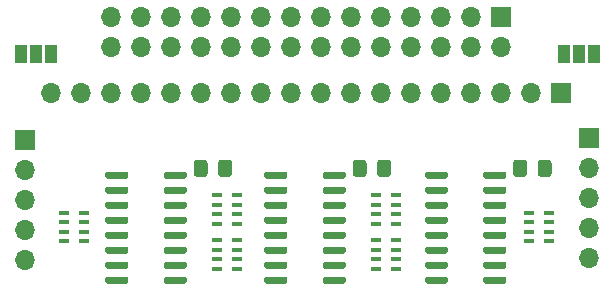
<source format=gbr>
%TF.GenerationSoftware,KiCad,Pcbnew,(5.1.9)-1*%
%TF.CreationDate,2021-11-30T21:10:33+09:00*%
%TF.ProjectId,joystick-input,6a6f7973-7469-4636-9b2d-696e7075742e,rev?*%
%TF.SameCoordinates,Original*%
%TF.FileFunction,Soldermask,Top*%
%TF.FilePolarity,Negative*%
%FSLAX46Y46*%
G04 Gerber Fmt 4.6, Leading zero omitted, Abs format (unit mm)*
G04 Created by KiCad (PCBNEW (5.1.9)-1) date 2021-11-30 21:10:33*
%MOMM*%
%LPD*%
G01*
G04 APERTURE LIST*
%ADD10O,1.700000X1.700000*%
%ADD11R,1.700000X1.700000*%
%ADD12R,0.900000X0.400000*%
%ADD13R,1.000000X1.500000*%
G04 APERTURE END LIST*
%TO.C,C3*%
G36*
G01*
X130879000Y-84803000D02*
X130879000Y-83853000D01*
G75*
G02*
X131129000Y-83603000I250000J0D01*
G01*
X131804000Y-83603000D01*
G75*
G02*
X132054000Y-83853000I0J-250000D01*
G01*
X132054000Y-84803000D01*
G75*
G02*
X131804000Y-85053000I-250000J0D01*
G01*
X131129000Y-85053000D01*
G75*
G02*
X130879000Y-84803000I0J250000D01*
G01*
G37*
G36*
G01*
X128804000Y-84803000D02*
X128804000Y-83853000D01*
G75*
G02*
X129054000Y-83603000I250000J0D01*
G01*
X129729000Y-83603000D01*
G75*
G02*
X129979000Y-83853000I0J-250000D01*
G01*
X129979000Y-84803000D01*
G75*
G02*
X129729000Y-85053000I-250000J0D01*
G01*
X129054000Y-85053000D01*
G75*
G02*
X128804000Y-84803000I0J250000D01*
G01*
G37*
%TD*%
%TO.C,C2*%
G36*
G01*
X144341000Y-84803000D02*
X144341000Y-83853000D01*
G75*
G02*
X144591000Y-83603000I250000J0D01*
G01*
X145266000Y-83603000D01*
G75*
G02*
X145516000Y-83853000I0J-250000D01*
G01*
X145516000Y-84803000D01*
G75*
G02*
X145266000Y-85053000I-250000J0D01*
G01*
X144591000Y-85053000D01*
G75*
G02*
X144341000Y-84803000I0J250000D01*
G01*
G37*
G36*
G01*
X142266000Y-84803000D02*
X142266000Y-83853000D01*
G75*
G02*
X142516000Y-83603000I250000J0D01*
G01*
X143191000Y-83603000D01*
G75*
G02*
X143441000Y-83853000I0J-250000D01*
G01*
X143441000Y-84803000D01*
G75*
G02*
X143191000Y-85053000I-250000J0D01*
G01*
X142516000Y-85053000D01*
G75*
G02*
X142266000Y-84803000I0J250000D01*
G01*
G37*
%TD*%
%TO.C,C1*%
G36*
G01*
X157930000Y-84803000D02*
X157930000Y-83853000D01*
G75*
G02*
X158180000Y-83603000I250000J0D01*
G01*
X158855000Y-83603000D01*
G75*
G02*
X159105000Y-83853000I0J-250000D01*
G01*
X159105000Y-84803000D01*
G75*
G02*
X158855000Y-85053000I-250000J0D01*
G01*
X158180000Y-85053000D01*
G75*
G02*
X157930000Y-84803000I0J250000D01*
G01*
G37*
G36*
G01*
X155855000Y-84803000D02*
X155855000Y-83853000D01*
G75*
G02*
X156105000Y-83603000I250000J0D01*
G01*
X156780000Y-83603000D01*
G75*
G02*
X157030000Y-83853000I0J-250000D01*
G01*
X157030000Y-84803000D01*
G75*
G02*
X156780000Y-85053000I-250000J0D01*
G01*
X156105000Y-85053000D01*
G75*
G02*
X155855000Y-84803000I0J250000D01*
G01*
G37*
%TD*%
D10*
%TO.C,OUT1*%
X162306000Y-91948000D03*
X162306000Y-89408000D03*
X162306000Y-86868000D03*
X162306000Y-84328000D03*
D11*
X162306000Y-81788000D03*
%TD*%
D10*
%TO.C,IN1*%
X114554000Y-92075000D03*
X114554000Y-89535000D03*
X114554000Y-86995000D03*
X114554000Y-84455000D03*
D11*
X114554000Y-81915000D03*
%TD*%
D10*
%TO.C,J1*%
X116713000Y-77978000D03*
X119253000Y-77978000D03*
X121793000Y-77978000D03*
X124333000Y-77978000D03*
X126873000Y-77978000D03*
X129413000Y-77978000D03*
X131953000Y-77978000D03*
X134493000Y-77978000D03*
X137033000Y-77978000D03*
X139573000Y-77978000D03*
X142113000Y-77978000D03*
X144653000Y-77978000D03*
X147193000Y-77978000D03*
X149733000Y-77978000D03*
X152273000Y-77978000D03*
X154813000Y-77978000D03*
X157353000Y-77978000D03*
D11*
X159893000Y-77978000D03*
%TD*%
D12*
%TO.C,RN1*%
X144247500Y-87420500D03*
X144247500Y-88220500D03*
X144247500Y-86620500D03*
X144247500Y-89020500D03*
X145947500Y-86620500D03*
X145947500Y-87420500D03*
X145947500Y-88220500D03*
X145947500Y-89020500D03*
%TD*%
%TO.C,RN2*%
X157201500Y-88081000D03*
X157201500Y-88881000D03*
X157201500Y-89681000D03*
X157201500Y-90481000D03*
X158901500Y-88081000D03*
X158901500Y-90481000D03*
X158901500Y-88881000D03*
X158901500Y-89681000D03*
%TD*%
D10*
%TO.C,J2*%
X121793000Y-74041000D03*
X121793000Y-71501000D03*
X124333000Y-74041000D03*
X124333000Y-71501000D03*
X126873000Y-74041000D03*
X126873000Y-71501000D03*
X129413000Y-74041000D03*
X129413000Y-71501000D03*
X131953000Y-74041000D03*
X131953000Y-71501000D03*
X134493000Y-74041000D03*
X134493000Y-71501000D03*
X137033000Y-74041000D03*
X137033000Y-71501000D03*
X139573000Y-74041000D03*
X139573000Y-71501000D03*
X142113000Y-74041000D03*
X142113000Y-71501000D03*
X144653000Y-74041000D03*
X144653000Y-71501000D03*
X147193000Y-74041000D03*
X147193000Y-71501000D03*
X149733000Y-74041000D03*
X149733000Y-71501000D03*
X152273000Y-74041000D03*
X152273000Y-71501000D03*
X154813000Y-74041000D03*
D11*
X154813000Y-71501000D03*
%TD*%
D13*
%TO.C,SHORT1*%
X115443000Y-74676000D03*
X114143000Y-74676000D03*
X116743000Y-74676000D03*
%TD*%
%TO.C,PULL1*%
X161417000Y-74676000D03*
X160117000Y-74676000D03*
X162717000Y-74676000D03*
%TD*%
D12*
%TO.C,RN3*%
X132485500Y-89020500D03*
X132485500Y-88220500D03*
X132485500Y-87420500D03*
X132485500Y-86620500D03*
X130785500Y-89020500D03*
X130785500Y-86620500D03*
X130785500Y-88220500D03*
X130785500Y-87420500D03*
%TD*%
%TO.C,RN4*%
X144247500Y-90430500D03*
X144247500Y-91230500D03*
X144247500Y-92030500D03*
X144247500Y-92830500D03*
X145947500Y-90430500D03*
X145947500Y-92830500D03*
X145947500Y-91230500D03*
X145947500Y-92030500D03*
%TD*%
%TO.C,RN5*%
X119531500Y-90481000D03*
X119531500Y-89681000D03*
X119531500Y-88881000D03*
X119531500Y-88081000D03*
X117831500Y-90481000D03*
X117831500Y-88081000D03*
X117831500Y-89681000D03*
X117831500Y-88881000D03*
%TD*%
%TO.C,RN6*%
X130785500Y-90430500D03*
X130785500Y-91230500D03*
X130785500Y-92030500D03*
X130785500Y-92830500D03*
X132485500Y-90430500D03*
X132485500Y-92830500D03*
X132485500Y-91230500D03*
X132485500Y-92030500D03*
%TD*%
%TO.C,74HC165_3*%
G36*
G01*
X126277500Y-85049500D02*
X126277500Y-84749500D01*
G75*
G02*
X126427500Y-84599500I150000J0D01*
G01*
X128077500Y-84599500D01*
G75*
G02*
X128227500Y-84749500I0J-150000D01*
G01*
X128227500Y-85049500D01*
G75*
G02*
X128077500Y-85199500I-150000J0D01*
G01*
X126427500Y-85199500D01*
G75*
G02*
X126277500Y-85049500I0J150000D01*
G01*
G37*
G36*
G01*
X126277500Y-86319500D02*
X126277500Y-86019500D01*
G75*
G02*
X126427500Y-85869500I150000J0D01*
G01*
X128077500Y-85869500D01*
G75*
G02*
X128227500Y-86019500I0J-150000D01*
G01*
X128227500Y-86319500D01*
G75*
G02*
X128077500Y-86469500I-150000J0D01*
G01*
X126427500Y-86469500D01*
G75*
G02*
X126277500Y-86319500I0J150000D01*
G01*
G37*
G36*
G01*
X126277500Y-87589500D02*
X126277500Y-87289500D01*
G75*
G02*
X126427500Y-87139500I150000J0D01*
G01*
X128077500Y-87139500D01*
G75*
G02*
X128227500Y-87289500I0J-150000D01*
G01*
X128227500Y-87589500D01*
G75*
G02*
X128077500Y-87739500I-150000J0D01*
G01*
X126427500Y-87739500D01*
G75*
G02*
X126277500Y-87589500I0J150000D01*
G01*
G37*
G36*
G01*
X126277500Y-88859500D02*
X126277500Y-88559500D01*
G75*
G02*
X126427500Y-88409500I150000J0D01*
G01*
X128077500Y-88409500D01*
G75*
G02*
X128227500Y-88559500I0J-150000D01*
G01*
X128227500Y-88859500D01*
G75*
G02*
X128077500Y-89009500I-150000J0D01*
G01*
X126427500Y-89009500D01*
G75*
G02*
X126277500Y-88859500I0J150000D01*
G01*
G37*
G36*
G01*
X126277500Y-90129500D02*
X126277500Y-89829500D01*
G75*
G02*
X126427500Y-89679500I150000J0D01*
G01*
X128077500Y-89679500D01*
G75*
G02*
X128227500Y-89829500I0J-150000D01*
G01*
X128227500Y-90129500D01*
G75*
G02*
X128077500Y-90279500I-150000J0D01*
G01*
X126427500Y-90279500D01*
G75*
G02*
X126277500Y-90129500I0J150000D01*
G01*
G37*
G36*
G01*
X126277500Y-91399500D02*
X126277500Y-91099500D01*
G75*
G02*
X126427500Y-90949500I150000J0D01*
G01*
X128077500Y-90949500D01*
G75*
G02*
X128227500Y-91099500I0J-150000D01*
G01*
X128227500Y-91399500D01*
G75*
G02*
X128077500Y-91549500I-150000J0D01*
G01*
X126427500Y-91549500D01*
G75*
G02*
X126277500Y-91399500I0J150000D01*
G01*
G37*
G36*
G01*
X126277500Y-92669500D02*
X126277500Y-92369500D01*
G75*
G02*
X126427500Y-92219500I150000J0D01*
G01*
X128077500Y-92219500D01*
G75*
G02*
X128227500Y-92369500I0J-150000D01*
G01*
X128227500Y-92669500D01*
G75*
G02*
X128077500Y-92819500I-150000J0D01*
G01*
X126427500Y-92819500D01*
G75*
G02*
X126277500Y-92669500I0J150000D01*
G01*
G37*
G36*
G01*
X126277500Y-93939500D02*
X126277500Y-93639500D01*
G75*
G02*
X126427500Y-93489500I150000J0D01*
G01*
X128077500Y-93489500D01*
G75*
G02*
X128227500Y-93639500I0J-150000D01*
G01*
X128227500Y-93939500D01*
G75*
G02*
X128077500Y-94089500I-150000J0D01*
G01*
X126427500Y-94089500D01*
G75*
G02*
X126277500Y-93939500I0J150000D01*
G01*
G37*
G36*
G01*
X121327500Y-93939500D02*
X121327500Y-93639500D01*
G75*
G02*
X121477500Y-93489500I150000J0D01*
G01*
X123127500Y-93489500D01*
G75*
G02*
X123277500Y-93639500I0J-150000D01*
G01*
X123277500Y-93939500D01*
G75*
G02*
X123127500Y-94089500I-150000J0D01*
G01*
X121477500Y-94089500D01*
G75*
G02*
X121327500Y-93939500I0J150000D01*
G01*
G37*
G36*
G01*
X121327500Y-92669500D02*
X121327500Y-92369500D01*
G75*
G02*
X121477500Y-92219500I150000J0D01*
G01*
X123127500Y-92219500D01*
G75*
G02*
X123277500Y-92369500I0J-150000D01*
G01*
X123277500Y-92669500D01*
G75*
G02*
X123127500Y-92819500I-150000J0D01*
G01*
X121477500Y-92819500D01*
G75*
G02*
X121327500Y-92669500I0J150000D01*
G01*
G37*
G36*
G01*
X121327500Y-91399500D02*
X121327500Y-91099500D01*
G75*
G02*
X121477500Y-90949500I150000J0D01*
G01*
X123127500Y-90949500D01*
G75*
G02*
X123277500Y-91099500I0J-150000D01*
G01*
X123277500Y-91399500D01*
G75*
G02*
X123127500Y-91549500I-150000J0D01*
G01*
X121477500Y-91549500D01*
G75*
G02*
X121327500Y-91399500I0J150000D01*
G01*
G37*
G36*
G01*
X121327500Y-90129500D02*
X121327500Y-89829500D01*
G75*
G02*
X121477500Y-89679500I150000J0D01*
G01*
X123127500Y-89679500D01*
G75*
G02*
X123277500Y-89829500I0J-150000D01*
G01*
X123277500Y-90129500D01*
G75*
G02*
X123127500Y-90279500I-150000J0D01*
G01*
X121477500Y-90279500D01*
G75*
G02*
X121327500Y-90129500I0J150000D01*
G01*
G37*
G36*
G01*
X121327500Y-88859500D02*
X121327500Y-88559500D01*
G75*
G02*
X121477500Y-88409500I150000J0D01*
G01*
X123127500Y-88409500D01*
G75*
G02*
X123277500Y-88559500I0J-150000D01*
G01*
X123277500Y-88859500D01*
G75*
G02*
X123127500Y-89009500I-150000J0D01*
G01*
X121477500Y-89009500D01*
G75*
G02*
X121327500Y-88859500I0J150000D01*
G01*
G37*
G36*
G01*
X121327500Y-87589500D02*
X121327500Y-87289500D01*
G75*
G02*
X121477500Y-87139500I150000J0D01*
G01*
X123127500Y-87139500D01*
G75*
G02*
X123277500Y-87289500I0J-150000D01*
G01*
X123277500Y-87589500D01*
G75*
G02*
X123127500Y-87739500I-150000J0D01*
G01*
X121477500Y-87739500D01*
G75*
G02*
X121327500Y-87589500I0J150000D01*
G01*
G37*
G36*
G01*
X121327500Y-86319500D02*
X121327500Y-86019500D01*
G75*
G02*
X121477500Y-85869500I150000J0D01*
G01*
X123127500Y-85869500D01*
G75*
G02*
X123277500Y-86019500I0J-150000D01*
G01*
X123277500Y-86319500D01*
G75*
G02*
X123127500Y-86469500I-150000J0D01*
G01*
X121477500Y-86469500D01*
G75*
G02*
X121327500Y-86319500I0J150000D01*
G01*
G37*
G36*
G01*
X121327500Y-85049500D02*
X121327500Y-84749500D01*
G75*
G02*
X121477500Y-84599500I150000J0D01*
G01*
X123127500Y-84599500D01*
G75*
G02*
X123277500Y-84749500I0J-150000D01*
G01*
X123277500Y-85049500D01*
G75*
G02*
X123127500Y-85199500I-150000J0D01*
G01*
X121477500Y-85199500D01*
G75*
G02*
X121327500Y-85049500I0J150000D01*
G01*
G37*
%TD*%
%TO.C,74HC165_2*%
G36*
G01*
X139739500Y-85049500D02*
X139739500Y-84749500D01*
G75*
G02*
X139889500Y-84599500I150000J0D01*
G01*
X141539500Y-84599500D01*
G75*
G02*
X141689500Y-84749500I0J-150000D01*
G01*
X141689500Y-85049500D01*
G75*
G02*
X141539500Y-85199500I-150000J0D01*
G01*
X139889500Y-85199500D01*
G75*
G02*
X139739500Y-85049500I0J150000D01*
G01*
G37*
G36*
G01*
X139739500Y-86319500D02*
X139739500Y-86019500D01*
G75*
G02*
X139889500Y-85869500I150000J0D01*
G01*
X141539500Y-85869500D01*
G75*
G02*
X141689500Y-86019500I0J-150000D01*
G01*
X141689500Y-86319500D01*
G75*
G02*
X141539500Y-86469500I-150000J0D01*
G01*
X139889500Y-86469500D01*
G75*
G02*
X139739500Y-86319500I0J150000D01*
G01*
G37*
G36*
G01*
X139739500Y-87589500D02*
X139739500Y-87289500D01*
G75*
G02*
X139889500Y-87139500I150000J0D01*
G01*
X141539500Y-87139500D01*
G75*
G02*
X141689500Y-87289500I0J-150000D01*
G01*
X141689500Y-87589500D01*
G75*
G02*
X141539500Y-87739500I-150000J0D01*
G01*
X139889500Y-87739500D01*
G75*
G02*
X139739500Y-87589500I0J150000D01*
G01*
G37*
G36*
G01*
X139739500Y-88859500D02*
X139739500Y-88559500D01*
G75*
G02*
X139889500Y-88409500I150000J0D01*
G01*
X141539500Y-88409500D01*
G75*
G02*
X141689500Y-88559500I0J-150000D01*
G01*
X141689500Y-88859500D01*
G75*
G02*
X141539500Y-89009500I-150000J0D01*
G01*
X139889500Y-89009500D01*
G75*
G02*
X139739500Y-88859500I0J150000D01*
G01*
G37*
G36*
G01*
X139739500Y-90129500D02*
X139739500Y-89829500D01*
G75*
G02*
X139889500Y-89679500I150000J0D01*
G01*
X141539500Y-89679500D01*
G75*
G02*
X141689500Y-89829500I0J-150000D01*
G01*
X141689500Y-90129500D01*
G75*
G02*
X141539500Y-90279500I-150000J0D01*
G01*
X139889500Y-90279500D01*
G75*
G02*
X139739500Y-90129500I0J150000D01*
G01*
G37*
G36*
G01*
X139739500Y-91399500D02*
X139739500Y-91099500D01*
G75*
G02*
X139889500Y-90949500I150000J0D01*
G01*
X141539500Y-90949500D01*
G75*
G02*
X141689500Y-91099500I0J-150000D01*
G01*
X141689500Y-91399500D01*
G75*
G02*
X141539500Y-91549500I-150000J0D01*
G01*
X139889500Y-91549500D01*
G75*
G02*
X139739500Y-91399500I0J150000D01*
G01*
G37*
G36*
G01*
X139739500Y-92669500D02*
X139739500Y-92369500D01*
G75*
G02*
X139889500Y-92219500I150000J0D01*
G01*
X141539500Y-92219500D01*
G75*
G02*
X141689500Y-92369500I0J-150000D01*
G01*
X141689500Y-92669500D01*
G75*
G02*
X141539500Y-92819500I-150000J0D01*
G01*
X139889500Y-92819500D01*
G75*
G02*
X139739500Y-92669500I0J150000D01*
G01*
G37*
G36*
G01*
X139739500Y-93939500D02*
X139739500Y-93639500D01*
G75*
G02*
X139889500Y-93489500I150000J0D01*
G01*
X141539500Y-93489500D01*
G75*
G02*
X141689500Y-93639500I0J-150000D01*
G01*
X141689500Y-93939500D01*
G75*
G02*
X141539500Y-94089500I-150000J0D01*
G01*
X139889500Y-94089500D01*
G75*
G02*
X139739500Y-93939500I0J150000D01*
G01*
G37*
G36*
G01*
X134789500Y-93939500D02*
X134789500Y-93639500D01*
G75*
G02*
X134939500Y-93489500I150000J0D01*
G01*
X136589500Y-93489500D01*
G75*
G02*
X136739500Y-93639500I0J-150000D01*
G01*
X136739500Y-93939500D01*
G75*
G02*
X136589500Y-94089500I-150000J0D01*
G01*
X134939500Y-94089500D01*
G75*
G02*
X134789500Y-93939500I0J150000D01*
G01*
G37*
G36*
G01*
X134789500Y-92669500D02*
X134789500Y-92369500D01*
G75*
G02*
X134939500Y-92219500I150000J0D01*
G01*
X136589500Y-92219500D01*
G75*
G02*
X136739500Y-92369500I0J-150000D01*
G01*
X136739500Y-92669500D01*
G75*
G02*
X136589500Y-92819500I-150000J0D01*
G01*
X134939500Y-92819500D01*
G75*
G02*
X134789500Y-92669500I0J150000D01*
G01*
G37*
G36*
G01*
X134789500Y-91399500D02*
X134789500Y-91099500D01*
G75*
G02*
X134939500Y-90949500I150000J0D01*
G01*
X136589500Y-90949500D01*
G75*
G02*
X136739500Y-91099500I0J-150000D01*
G01*
X136739500Y-91399500D01*
G75*
G02*
X136589500Y-91549500I-150000J0D01*
G01*
X134939500Y-91549500D01*
G75*
G02*
X134789500Y-91399500I0J150000D01*
G01*
G37*
G36*
G01*
X134789500Y-90129500D02*
X134789500Y-89829500D01*
G75*
G02*
X134939500Y-89679500I150000J0D01*
G01*
X136589500Y-89679500D01*
G75*
G02*
X136739500Y-89829500I0J-150000D01*
G01*
X136739500Y-90129500D01*
G75*
G02*
X136589500Y-90279500I-150000J0D01*
G01*
X134939500Y-90279500D01*
G75*
G02*
X134789500Y-90129500I0J150000D01*
G01*
G37*
G36*
G01*
X134789500Y-88859500D02*
X134789500Y-88559500D01*
G75*
G02*
X134939500Y-88409500I150000J0D01*
G01*
X136589500Y-88409500D01*
G75*
G02*
X136739500Y-88559500I0J-150000D01*
G01*
X136739500Y-88859500D01*
G75*
G02*
X136589500Y-89009500I-150000J0D01*
G01*
X134939500Y-89009500D01*
G75*
G02*
X134789500Y-88859500I0J150000D01*
G01*
G37*
G36*
G01*
X134789500Y-87589500D02*
X134789500Y-87289500D01*
G75*
G02*
X134939500Y-87139500I150000J0D01*
G01*
X136589500Y-87139500D01*
G75*
G02*
X136739500Y-87289500I0J-150000D01*
G01*
X136739500Y-87589500D01*
G75*
G02*
X136589500Y-87739500I-150000J0D01*
G01*
X134939500Y-87739500D01*
G75*
G02*
X134789500Y-87589500I0J150000D01*
G01*
G37*
G36*
G01*
X134789500Y-86319500D02*
X134789500Y-86019500D01*
G75*
G02*
X134939500Y-85869500I150000J0D01*
G01*
X136589500Y-85869500D01*
G75*
G02*
X136739500Y-86019500I0J-150000D01*
G01*
X136739500Y-86319500D01*
G75*
G02*
X136589500Y-86469500I-150000J0D01*
G01*
X134939500Y-86469500D01*
G75*
G02*
X134789500Y-86319500I0J150000D01*
G01*
G37*
G36*
G01*
X134789500Y-85049500D02*
X134789500Y-84749500D01*
G75*
G02*
X134939500Y-84599500I150000J0D01*
G01*
X136589500Y-84599500D01*
G75*
G02*
X136739500Y-84749500I0J-150000D01*
G01*
X136739500Y-85049500D01*
G75*
G02*
X136589500Y-85199500I-150000J0D01*
G01*
X134939500Y-85199500D01*
G75*
G02*
X134789500Y-85049500I0J150000D01*
G01*
G37*
%TD*%
%TO.C,74HC165_1*%
G36*
G01*
X153328500Y-85049500D02*
X153328500Y-84749500D01*
G75*
G02*
X153478500Y-84599500I150000J0D01*
G01*
X155128500Y-84599500D01*
G75*
G02*
X155278500Y-84749500I0J-150000D01*
G01*
X155278500Y-85049500D01*
G75*
G02*
X155128500Y-85199500I-150000J0D01*
G01*
X153478500Y-85199500D01*
G75*
G02*
X153328500Y-85049500I0J150000D01*
G01*
G37*
G36*
G01*
X153328500Y-86319500D02*
X153328500Y-86019500D01*
G75*
G02*
X153478500Y-85869500I150000J0D01*
G01*
X155128500Y-85869500D01*
G75*
G02*
X155278500Y-86019500I0J-150000D01*
G01*
X155278500Y-86319500D01*
G75*
G02*
X155128500Y-86469500I-150000J0D01*
G01*
X153478500Y-86469500D01*
G75*
G02*
X153328500Y-86319500I0J150000D01*
G01*
G37*
G36*
G01*
X153328500Y-87589500D02*
X153328500Y-87289500D01*
G75*
G02*
X153478500Y-87139500I150000J0D01*
G01*
X155128500Y-87139500D01*
G75*
G02*
X155278500Y-87289500I0J-150000D01*
G01*
X155278500Y-87589500D01*
G75*
G02*
X155128500Y-87739500I-150000J0D01*
G01*
X153478500Y-87739500D01*
G75*
G02*
X153328500Y-87589500I0J150000D01*
G01*
G37*
G36*
G01*
X153328500Y-88859500D02*
X153328500Y-88559500D01*
G75*
G02*
X153478500Y-88409500I150000J0D01*
G01*
X155128500Y-88409500D01*
G75*
G02*
X155278500Y-88559500I0J-150000D01*
G01*
X155278500Y-88859500D01*
G75*
G02*
X155128500Y-89009500I-150000J0D01*
G01*
X153478500Y-89009500D01*
G75*
G02*
X153328500Y-88859500I0J150000D01*
G01*
G37*
G36*
G01*
X153328500Y-90129500D02*
X153328500Y-89829500D01*
G75*
G02*
X153478500Y-89679500I150000J0D01*
G01*
X155128500Y-89679500D01*
G75*
G02*
X155278500Y-89829500I0J-150000D01*
G01*
X155278500Y-90129500D01*
G75*
G02*
X155128500Y-90279500I-150000J0D01*
G01*
X153478500Y-90279500D01*
G75*
G02*
X153328500Y-90129500I0J150000D01*
G01*
G37*
G36*
G01*
X153328500Y-91399500D02*
X153328500Y-91099500D01*
G75*
G02*
X153478500Y-90949500I150000J0D01*
G01*
X155128500Y-90949500D01*
G75*
G02*
X155278500Y-91099500I0J-150000D01*
G01*
X155278500Y-91399500D01*
G75*
G02*
X155128500Y-91549500I-150000J0D01*
G01*
X153478500Y-91549500D01*
G75*
G02*
X153328500Y-91399500I0J150000D01*
G01*
G37*
G36*
G01*
X153328500Y-92669500D02*
X153328500Y-92369500D01*
G75*
G02*
X153478500Y-92219500I150000J0D01*
G01*
X155128500Y-92219500D01*
G75*
G02*
X155278500Y-92369500I0J-150000D01*
G01*
X155278500Y-92669500D01*
G75*
G02*
X155128500Y-92819500I-150000J0D01*
G01*
X153478500Y-92819500D01*
G75*
G02*
X153328500Y-92669500I0J150000D01*
G01*
G37*
G36*
G01*
X153328500Y-93939500D02*
X153328500Y-93639500D01*
G75*
G02*
X153478500Y-93489500I150000J0D01*
G01*
X155128500Y-93489500D01*
G75*
G02*
X155278500Y-93639500I0J-150000D01*
G01*
X155278500Y-93939500D01*
G75*
G02*
X155128500Y-94089500I-150000J0D01*
G01*
X153478500Y-94089500D01*
G75*
G02*
X153328500Y-93939500I0J150000D01*
G01*
G37*
G36*
G01*
X148378500Y-93939500D02*
X148378500Y-93639500D01*
G75*
G02*
X148528500Y-93489500I150000J0D01*
G01*
X150178500Y-93489500D01*
G75*
G02*
X150328500Y-93639500I0J-150000D01*
G01*
X150328500Y-93939500D01*
G75*
G02*
X150178500Y-94089500I-150000J0D01*
G01*
X148528500Y-94089500D01*
G75*
G02*
X148378500Y-93939500I0J150000D01*
G01*
G37*
G36*
G01*
X148378500Y-92669500D02*
X148378500Y-92369500D01*
G75*
G02*
X148528500Y-92219500I150000J0D01*
G01*
X150178500Y-92219500D01*
G75*
G02*
X150328500Y-92369500I0J-150000D01*
G01*
X150328500Y-92669500D01*
G75*
G02*
X150178500Y-92819500I-150000J0D01*
G01*
X148528500Y-92819500D01*
G75*
G02*
X148378500Y-92669500I0J150000D01*
G01*
G37*
G36*
G01*
X148378500Y-91399500D02*
X148378500Y-91099500D01*
G75*
G02*
X148528500Y-90949500I150000J0D01*
G01*
X150178500Y-90949500D01*
G75*
G02*
X150328500Y-91099500I0J-150000D01*
G01*
X150328500Y-91399500D01*
G75*
G02*
X150178500Y-91549500I-150000J0D01*
G01*
X148528500Y-91549500D01*
G75*
G02*
X148378500Y-91399500I0J150000D01*
G01*
G37*
G36*
G01*
X148378500Y-90129500D02*
X148378500Y-89829500D01*
G75*
G02*
X148528500Y-89679500I150000J0D01*
G01*
X150178500Y-89679500D01*
G75*
G02*
X150328500Y-89829500I0J-150000D01*
G01*
X150328500Y-90129500D01*
G75*
G02*
X150178500Y-90279500I-150000J0D01*
G01*
X148528500Y-90279500D01*
G75*
G02*
X148378500Y-90129500I0J150000D01*
G01*
G37*
G36*
G01*
X148378500Y-88859500D02*
X148378500Y-88559500D01*
G75*
G02*
X148528500Y-88409500I150000J0D01*
G01*
X150178500Y-88409500D01*
G75*
G02*
X150328500Y-88559500I0J-150000D01*
G01*
X150328500Y-88859500D01*
G75*
G02*
X150178500Y-89009500I-150000J0D01*
G01*
X148528500Y-89009500D01*
G75*
G02*
X148378500Y-88859500I0J150000D01*
G01*
G37*
G36*
G01*
X148378500Y-87589500D02*
X148378500Y-87289500D01*
G75*
G02*
X148528500Y-87139500I150000J0D01*
G01*
X150178500Y-87139500D01*
G75*
G02*
X150328500Y-87289500I0J-150000D01*
G01*
X150328500Y-87589500D01*
G75*
G02*
X150178500Y-87739500I-150000J0D01*
G01*
X148528500Y-87739500D01*
G75*
G02*
X148378500Y-87589500I0J150000D01*
G01*
G37*
G36*
G01*
X148378500Y-86319500D02*
X148378500Y-86019500D01*
G75*
G02*
X148528500Y-85869500I150000J0D01*
G01*
X150178500Y-85869500D01*
G75*
G02*
X150328500Y-86019500I0J-150000D01*
G01*
X150328500Y-86319500D01*
G75*
G02*
X150178500Y-86469500I-150000J0D01*
G01*
X148528500Y-86469500D01*
G75*
G02*
X148378500Y-86319500I0J150000D01*
G01*
G37*
G36*
G01*
X148378500Y-85049500D02*
X148378500Y-84749500D01*
G75*
G02*
X148528500Y-84599500I150000J0D01*
G01*
X150178500Y-84599500D01*
G75*
G02*
X150328500Y-84749500I0J-150000D01*
G01*
X150328500Y-85049500D01*
G75*
G02*
X150178500Y-85199500I-150000J0D01*
G01*
X148528500Y-85199500D01*
G75*
G02*
X148378500Y-85049500I0J150000D01*
G01*
G37*
%TD*%
M02*

</source>
